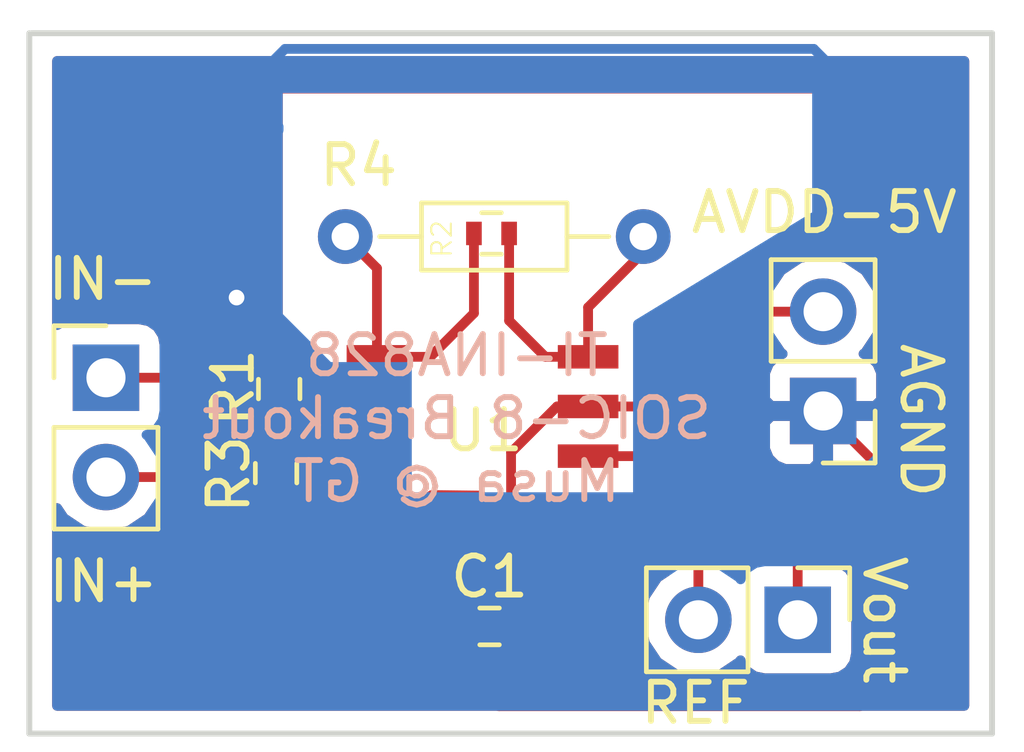
<source format=kicad_pcb>
(kicad_pcb (version 4) (host pcbnew 4.0.4-stable)

  (general
    (links 16)
    (no_connects 0)
    (area 123.046667 73.69 151.560001 94.573333)
    (thickness 1.6)
    (drawings 11)
    (tracks 58)
    (zones 0)
    (modules 9)
    (nets 9)
  )

  (page A4)
  (layers
    (0 F.Cu signal)
    (31 B.Cu signal)
    (32 B.Adhes user)
    (33 F.Adhes user)
    (34 B.Paste user)
    (35 F.Paste user)
    (36 B.SilkS user)
    (37 F.SilkS user)
    (38 B.Mask user)
    (39 F.Mask user)
    (40 Dwgs.User user)
    (41 Cmts.User user)
    (42 Eco1.User user)
    (43 Eco2.User user)
    (44 Edge.Cuts user)
    (45 Margin user)
    (46 B.CrtYd user)
    (47 F.CrtYd user)
    (48 B.Fab user)
    (49 F.Fab user hide)
  )

  (setup
    (last_trace_width 0.25)
    (trace_clearance 0.2)
    (zone_clearance 0.508)
    (zone_45_only yes)
    (trace_min 0.2)
    (segment_width 0.2)
    (edge_width 0.15)
    (via_size 0.6)
    (via_drill 0.4)
    (via_min_size 0.4)
    (via_min_drill 0.3)
    (uvia_size 0.3)
    (uvia_drill 0.1)
    (uvias_allowed no)
    (uvia_min_size 0.2)
    (uvia_min_drill 0.1)
    (pcb_text_width 0.3)
    (pcb_text_size 1.5 1.5)
    (mod_edge_width 0.15)
    (mod_text_size 1 1)
    (mod_text_width 0.15)
    (pad_size 1.524 1.524)
    (pad_drill 0.762)
    (pad_to_mask_clearance 0.2)
    (aux_axis_origin 0 0)
    (visible_elements 7FFEFFFF)
    (pcbplotparams
      (layerselection 0x010f0_80000001)
      (usegerberextensions false)
      (excludeedgelayer true)
      (linewidth 0.100000)
      (plotframeref false)
      (viasonmask false)
      (mode 1)
      (useauxorigin false)
      (hpglpennumber 1)
      (hpglpenspeed 20)
      (hpglpendiameter 15)
      (hpglpenoverlay 2)
      (psnegative false)
      (psa4output false)
      (plotreference true)
      (plotvalue true)
      (plotinvisibletext false)
      (padsonsilk false)
      (subtractmaskfromsilk false)
      (outputformat 1)
      (mirror false)
      (drillshape 0)
      (scaleselection 1)
      (outputdirectory eeg_amp_gerbers/))
  )

  (net 0 "")
  (net 1 AVSS)
  (net 2 AVDD)
  (net 3 /IN-)
  (net 4 /IN+)
  (net 5 /VOUT)
  (net 6 /REF)
  (net 7 "Net-(R2-Pad1)")
  (net 8 "Net-(R2-Pad2)")

  (net_class Default "This is the default net class."
    (clearance 0.2)
    (trace_width 0.25)
    (via_dia 0.6)
    (via_drill 0.4)
    (uvia_dia 0.3)
    (uvia_drill 0.1)
    (add_net /IN+)
    (add_net /IN-)
    (add_net /REF)
    (add_net /VOUT)
    (add_net AVDD)
    (add_net AVSS)
    (add_net "Net-(R2-Pad1)")
    (add_net "Net-(R2-Pad2)")
  )

  (module Resistors_SMD:R_0402 (layer F.Cu) (tedit 59FFFD42) (tstamp 59FFA0EA)
    (at 132.43 85.79 90)
    (descr "Resistor SMD 0402, reflow soldering, Vishay (see dcrcw.pdf)")
    (tags "resistor 0402")
    (path /59FF98F9)
    (attr smd)
    (fp_text reference R3 (at -0.03 -1.21 90) (layer F.SilkS)
      (effects (font (size 1 1) (thickness 0.15)))
    )
    (fp_text value R (at 0 1.45 90) (layer F.Fab)
      (effects (font (size 1 1) (thickness 0.15)))
    )
    (fp_text user %R (at 0 -1.35 90) (layer F.Fab)
      (effects (font (size 1 1) (thickness 0.15)))
    )
    (fp_line (start -0.5 0.25) (end -0.5 -0.25) (layer F.Fab) (width 0.1))
    (fp_line (start 0.5 0.25) (end -0.5 0.25) (layer F.Fab) (width 0.1))
    (fp_line (start 0.5 -0.25) (end 0.5 0.25) (layer F.Fab) (width 0.1))
    (fp_line (start -0.5 -0.25) (end 0.5 -0.25) (layer F.Fab) (width 0.1))
    (fp_line (start 0.25 -0.53) (end -0.25 -0.53) (layer F.SilkS) (width 0.12))
    (fp_line (start -0.25 0.53) (end 0.25 0.53) (layer F.SilkS) (width 0.12))
    (fp_line (start -0.8 -0.45) (end 0.8 -0.45) (layer F.CrtYd) (width 0.05))
    (fp_line (start -0.8 -0.45) (end -0.8 0.45) (layer F.CrtYd) (width 0.05))
    (fp_line (start 0.8 0.45) (end 0.8 -0.45) (layer F.CrtYd) (width 0.05))
    (fp_line (start 0.8 0.45) (end -0.8 0.45) (layer F.CrtYd) (width 0.05))
    (pad 1 smd rect (at -0.45 0 90) (size 0.4 0.6) (layers F.Cu F.Paste F.Mask)
      (net 1 AVSS))
    (pad 2 smd rect (at 0.45 0 90) (size 0.4 0.6) (layers F.Cu F.Paste F.Mask)
      (net 4 /IN+))
    (model ${KISYS3DMOD}/Resistors_SMD.3dshapes/R_0402.wrl
      (at (xyz 0 0 0))
      (scale (xyz 1 1 1))
      (rotate (xyz 0 0 0))
    )
  )

  (module Resistors_SMD:R_0402 (layer F.Cu) (tedit 59FFFD3F) (tstamp 59FFA0C7)
    (at 132.51 83.64 270)
    (descr "Resistor SMD 0402, reflow soldering, Vishay (see dcrcw.pdf)")
    (tags "resistor 0402")
    (path /59FF9987)
    (attr smd)
    (fp_text reference R1 (at -0.04 1.18 270) (layer F.SilkS)
      (effects (font (size 1 1) (thickness 0.15)))
    )
    (fp_text value R (at 0 1.45 270) (layer F.Fab)
      (effects (font (size 1 1) (thickness 0.15)))
    )
    (fp_text user %R (at 0 -1.35 270) (layer F.Fab)
      (effects (font (size 1 1) (thickness 0.15)))
    )
    (fp_line (start -0.5 0.25) (end -0.5 -0.25) (layer F.Fab) (width 0.1))
    (fp_line (start 0.5 0.25) (end -0.5 0.25) (layer F.Fab) (width 0.1))
    (fp_line (start 0.5 -0.25) (end 0.5 0.25) (layer F.Fab) (width 0.1))
    (fp_line (start -0.5 -0.25) (end 0.5 -0.25) (layer F.Fab) (width 0.1))
    (fp_line (start 0.25 -0.53) (end -0.25 -0.53) (layer F.SilkS) (width 0.12))
    (fp_line (start -0.25 0.53) (end 0.25 0.53) (layer F.SilkS) (width 0.12))
    (fp_line (start -0.8 -0.45) (end 0.8 -0.45) (layer F.CrtYd) (width 0.05))
    (fp_line (start -0.8 -0.45) (end -0.8 0.45) (layer F.CrtYd) (width 0.05))
    (fp_line (start 0.8 0.45) (end 0.8 -0.45) (layer F.CrtYd) (width 0.05))
    (fp_line (start 0.8 0.45) (end -0.8 0.45) (layer F.CrtYd) (width 0.05))
    (pad 1 smd rect (at -0.45 0 270) (size 0.4 0.6) (layers F.Cu F.Paste F.Mask)
      (net 1 AVSS))
    (pad 2 smd rect (at 0.45 0 270) (size 0.4 0.6) (layers F.Cu F.Paste F.Mask)
      (net 3 /IN-))
    (model ${KISYS3DMOD}/Resistors_SMD.3dshapes/R_0402.wrl
      (at (xyz 0 0 0))
      (scale (xyz 1 1 1))
      (rotate (xyz 0 0 0))
    )
  )

  (module Pin_Headers:Pin_Header_Straight_1x02_Pitch2.54mm (layer F.Cu) (tedit 59FFA68A) (tstamp 59FF9710)
    (at 145.77 89.54 270)
    (descr "Through hole straight pin header, 1x02, 2.54mm pitch, single row")
    (tags "Through hole pin header THT 1x02 2.54mm single row")
    (path /59FF91D7)
    (fp_text reference J3 (at 0 -2.33 270) (layer F.SilkS) hide
      (effects (font (size 1 1) (thickness 0.15)))
    )
    (fp_text value CONN_01X02 (at 0 4.87 270) (layer F.Fab)
      (effects (font (size 1 1) (thickness 0.15)))
    )
    (fp_line (start -0.635 -1.27) (end 1.27 -1.27) (layer F.Fab) (width 0.1))
    (fp_line (start 1.27 -1.27) (end 1.27 3.81) (layer F.Fab) (width 0.1))
    (fp_line (start 1.27 3.81) (end -1.27 3.81) (layer F.Fab) (width 0.1))
    (fp_line (start -1.27 3.81) (end -1.27 -0.635) (layer F.Fab) (width 0.1))
    (fp_line (start -1.27 -0.635) (end -0.635 -1.27) (layer F.Fab) (width 0.1))
    (fp_line (start -1.33 3.87) (end 1.33 3.87) (layer F.SilkS) (width 0.12))
    (fp_line (start -1.33 1.27) (end -1.33 3.87) (layer F.SilkS) (width 0.12))
    (fp_line (start 1.33 1.27) (end 1.33 3.87) (layer F.SilkS) (width 0.12))
    (fp_line (start -1.33 1.27) (end 1.33 1.27) (layer F.SilkS) (width 0.12))
    (fp_line (start -1.33 0) (end -1.33 -1.33) (layer F.SilkS) (width 0.12))
    (fp_line (start -1.33 -1.33) (end 0 -1.33) (layer F.SilkS) (width 0.12))
    (fp_line (start -1.8 -1.8) (end -1.8 4.35) (layer F.CrtYd) (width 0.05))
    (fp_line (start -1.8 4.35) (end 1.8 4.35) (layer F.CrtYd) (width 0.05))
    (fp_line (start 1.8 4.35) (end 1.8 -1.8) (layer F.CrtYd) (width 0.05))
    (fp_line (start 1.8 -1.8) (end -1.8 -1.8) (layer F.CrtYd) (width 0.05))
    (fp_text user %R (at 0 1.27 360) (layer F.Fab)
      (effects (font (size 1 1) (thickness 0.15)))
    )
    (pad 1 thru_hole rect (at 0 0 270) (size 1.7 1.7) (drill 1) (layers *.Cu *.Mask)
      (net 5 /VOUT))
    (pad 2 thru_hole oval (at 0 2.54 270) (size 1.7 1.7) (drill 1) (layers *.Cu *.Mask)
      (net 6 /REF))
    (model ${KISYS3DMOD}/Pin_Headers.3dshapes/Pin_Header_Straight_1x02_Pitch2.54mm.wrl
      (at (xyz 0 0 0))
      (scale (xyz 1 1 1))
      (rotate (xyz 0 0 0))
    )
  )

  (module Pin_Headers:Pin_Header_Straight_1x02_Pitch2.54mm (layer F.Cu) (tedit 59FFA687) (tstamp 59FF96E3)
    (at 146.42 84.2 180)
    (descr "Through hole straight pin header, 1x02, 2.54mm pitch, single row")
    (tags "Through hole pin header THT 1x02 2.54mm single row")
    (path /59FF8D22)
    (fp_text reference J2 (at 0 -2.33 180) (layer F.SilkS) hide
      (effects (font (size 1 1) (thickness 0.15)))
    )
    (fp_text value CONN_01X02 (at 0 4.87 180) (layer F.Fab)
      (effects (font (size 1 1) (thickness 0.15)))
    )
    (fp_line (start -0.635 -1.27) (end 1.27 -1.27) (layer F.Fab) (width 0.1))
    (fp_line (start 1.27 -1.27) (end 1.27 3.81) (layer F.Fab) (width 0.1))
    (fp_line (start 1.27 3.81) (end -1.27 3.81) (layer F.Fab) (width 0.1))
    (fp_line (start -1.27 3.81) (end -1.27 -0.635) (layer F.Fab) (width 0.1))
    (fp_line (start -1.27 -0.635) (end -0.635 -1.27) (layer F.Fab) (width 0.1))
    (fp_line (start -1.33 3.87) (end 1.33 3.87) (layer F.SilkS) (width 0.12))
    (fp_line (start -1.33 1.27) (end -1.33 3.87) (layer F.SilkS) (width 0.12))
    (fp_line (start 1.33 1.27) (end 1.33 3.87) (layer F.SilkS) (width 0.12))
    (fp_line (start -1.33 1.27) (end 1.33 1.27) (layer F.SilkS) (width 0.12))
    (fp_line (start -1.33 0) (end -1.33 -1.33) (layer F.SilkS) (width 0.12))
    (fp_line (start -1.33 -1.33) (end 0 -1.33) (layer F.SilkS) (width 0.12))
    (fp_line (start -1.8 -1.8) (end -1.8 4.35) (layer F.CrtYd) (width 0.05))
    (fp_line (start -1.8 4.35) (end 1.8 4.35) (layer F.CrtYd) (width 0.05))
    (fp_line (start 1.8 4.35) (end 1.8 -1.8) (layer F.CrtYd) (width 0.05))
    (fp_line (start 1.8 -1.8) (end -1.8 -1.8) (layer F.CrtYd) (width 0.05))
    (fp_text user %R (at 0 1.27 270) (layer F.Fab)
      (effects (font (size 1 1) (thickness 0.15)))
    )
    (pad 1 thru_hole rect (at 0 0 180) (size 1.7 1.7) (drill 1) (layers *.Cu *.Mask)
      (net 1 AVSS))
    (pad 2 thru_hole oval (at 0 2.54 180) (size 1.7 1.7) (drill 1) (layers *.Cu *.Mask)
      (net 2 AVDD))
    (model ${KISYS3DMOD}/Pin_Headers.3dshapes/Pin_Header_Straight_1x02_Pitch2.54mm.wrl
      (at (xyz 0 0 0))
      (scale (xyz 1 1 1))
      (rotate (xyz 0 0 0))
    )
  )

  (module Pin_Headers:Pin_Header_Straight_1x02_Pitch2.54mm (layer F.Cu) (tedit 59FFA68D) (tstamp 59FF96B2)
    (at 128.08 83.35)
    (descr "Through hole straight pin header, 1x02, 2.54mm pitch, single row")
    (tags "Through hole pin header THT 1x02 2.54mm single row")
    (path /59FF631F)
    (fp_text reference J1 (at 0 -2.33) (layer F.SilkS) hide
      (effects (font (size 1 1) (thickness 0.15)))
    )
    (fp_text value CONN_01X02 (at 0 4.87) (layer F.Fab)
      (effects (font (size 1 1) (thickness 0.15)))
    )
    (fp_line (start -0.635 -1.27) (end 1.27 -1.27) (layer F.Fab) (width 0.1))
    (fp_line (start 1.27 -1.27) (end 1.27 3.81) (layer F.Fab) (width 0.1))
    (fp_line (start 1.27 3.81) (end -1.27 3.81) (layer F.Fab) (width 0.1))
    (fp_line (start -1.27 3.81) (end -1.27 -0.635) (layer F.Fab) (width 0.1))
    (fp_line (start -1.27 -0.635) (end -0.635 -1.27) (layer F.Fab) (width 0.1))
    (fp_line (start -1.33 3.87) (end 1.33 3.87) (layer F.SilkS) (width 0.12))
    (fp_line (start -1.33 1.27) (end -1.33 3.87) (layer F.SilkS) (width 0.12))
    (fp_line (start 1.33 1.27) (end 1.33 3.87) (layer F.SilkS) (width 0.12))
    (fp_line (start -1.33 1.27) (end 1.33 1.27) (layer F.SilkS) (width 0.12))
    (fp_line (start -1.33 0) (end -1.33 -1.33) (layer F.SilkS) (width 0.12))
    (fp_line (start -1.33 -1.33) (end 0 -1.33) (layer F.SilkS) (width 0.12))
    (fp_line (start -1.8 -1.8) (end -1.8 4.35) (layer F.CrtYd) (width 0.05))
    (fp_line (start -1.8 4.35) (end 1.8 4.35) (layer F.CrtYd) (width 0.05))
    (fp_line (start 1.8 4.35) (end 1.8 -1.8) (layer F.CrtYd) (width 0.05))
    (fp_line (start 1.8 -1.8) (end -1.8 -1.8) (layer F.CrtYd) (width 0.05))
    (fp_text user %R (at 0 1.27 90) (layer F.Fab)
      (effects (font (size 1 1) (thickness 0.15)))
    )
    (pad 1 thru_hole rect (at 0 0) (size 1.7 1.7) (drill 1) (layers *.Cu *.Mask)
      (net 3 /IN-))
    (pad 2 thru_hole oval (at 0 2.54) (size 1.7 1.7) (drill 1) (layers *.Cu *.Mask)
      (net 4 /IN+))
    (model ${KISYS3DMOD}/Pin_Headers.3dshapes/Pin_Header_Straight_1x02_Pitch2.54mm.wrl
      (at (xyz 0 0 0))
      (scale (xyz 1 1 1))
      (rotate (xyz 0 0 0))
    )
  )

  (module INA828:SOIC_8_4.9mm_x_3.91 (layer F.Cu) (tedit 59FFFD99) (tstamp 59FFA038)
    (at 137.71 84.72)
    (path /59FF6208)
    (fp_text reference U1 (at 0.02 -0.02) (layer F.SilkS)
      (effects (font (size 1 1) (thickness 0.15)))
    )
    (fp_text value INA828 (at 0 -0.5) (layer F.Fab)
      (effects (font (size 1 1) (thickness 0.15)))
    )
    (pad 3 smd rect (at -2.7 0.635) (size 1.55 0.6) (layers F.Cu F.Paste F.Mask)
      (net 4 /IN+))
    (pad 1 smd rect (at -2.7 -1.905) (size 1.55 0.6) (layers F.Cu F.Paste F.Mask)
      (net 7 "Net-(R2-Pad1)"))
    (pad 2 smd rect (at -2.7 -0.635) (size 1.55 0.6) (layers F.Cu F.Paste F.Mask)
      (net 3 /IN-))
    (pad 4 smd rect (at -2.7 1.905) (size 1.55 0.6) (layers F.Cu F.Paste F.Mask)
      (net 1 AVSS))
    (pad 5 smd rect (at 2.7 1.905) (size 1.55 0.6) (layers F.Cu F.Paste F.Mask)
      (net 6 /REF))
    (pad 6 smd rect (at 2.7 0.635) (size 1.55 0.6) (layers F.Cu F.Paste F.Mask)
      (net 5 /VOUT))
    (pad 7 smd rect (at 2.7 -0.635) (size 1.55 0.6) (layers F.Cu F.Paste F.Mask)
      (net 2 AVDD))
    (pad 8 smd rect (at 2.7 -1.905) (size 1.55 0.6) (layers F.Cu F.Paste F.Mask)
      (net 8 "Net-(R2-Pad2)"))
  )

  (module Resistors_THT:R_Axial_DIN0204_L3.6mm_D1.6mm_P7.62mm_Horizontal (layer F.Cu) (tedit 59FFFD8F) (tstamp 59FFA069)
    (at 134.2 79.74)
    (descr "Resistor, Axial_DIN0204 series, Axial, Horizontal, pin pitch=7.62mm, 0.16666666666666666W = 1/6W, length*diameter=3.6*1.6mm^2, http://cdn-reichelt.de/documents/datenblatt/B400/1_4W%23YAG.pdf")
    (tags "Resistor Axial_DIN0204 series Axial Horizontal pin pitch 7.62mm 0.16666666666666666W = 1/6W length 3.6mm diameter 1.6mm")
    (path /59FF62A1)
    (fp_text reference R2 (at 2.47 0.06 90) (layer F.SilkS)
      (effects (font (size 0.5 0.5) (thickness 0.05)))
    )
    (fp_text value R (at 3.81 1.86) (layer F.Fab)
      (effects (font (size 1 1) (thickness 0.15)))
    )
    (fp_line (start 2.01 -0.8) (end 2.01 0.8) (layer F.Fab) (width 0.1))
    (fp_line (start 2.01 0.8) (end 5.61 0.8) (layer F.Fab) (width 0.1))
    (fp_line (start 5.61 0.8) (end 5.61 -0.8) (layer F.Fab) (width 0.1))
    (fp_line (start 5.61 -0.8) (end 2.01 -0.8) (layer F.Fab) (width 0.1))
    (fp_line (start 0 0) (end 2.01 0) (layer F.Fab) (width 0.1))
    (fp_line (start 7.62 0) (end 5.61 0) (layer F.Fab) (width 0.1))
    (fp_line (start 1.95 -0.86) (end 1.95 0.86) (layer F.SilkS) (width 0.12))
    (fp_line (start 1.95 0.86) (end 5.67 0.86) (layer F.SilkS) (width 0.12))
    (fp_line (start 5.67 0.86) (end 5.67 -0.86) (layer F.SilkS) (width 0.12))
    (fp_line (start 5.67 -0.86) (end 1.95 -0.86) (layer F.SilkS) (width 0.12))
    (fp_line (start 0.88 0) (end 1.95 0) (layer F.SilkS) (width 0.12))
    (fp_line (start 6.74 0) (end 5.67 0) (layer F.SilkS) (width 0.12))
    (fp_line (start -0.95 -1.15) (end -0.95 1.15) (layer F.CrtYd) (width 0.05))
    (fp_line (start -0.95 1.15) (end 8.6 1.15) (layer F.CrtYd) (width 0.05))
    (fp_line (start 8.6 1.15) (end 8.6 -1.15) (layer F.CrtYd) (width 0.05))
    (fp_line (start 8.6 -1.15) (end -0.95 -1.15) (layer F.CrtYd) (width 0.05))
    (pad 1 thru_hole circle (at 0 0) (size 1.4 1.4) (drill 0.7) (layers *.Cu *.Mask)
      (net 7 "Net-(R2-Pad1)"))
    (pad 2 thru_hole oval (at 7.62 0) (size 1.4 1.4) (drill 0.7) (layers *.Cu *.Mask)
      (net 8 "Net-(R2-Pad2)"))
    (model ${KISYS3DMOD}/Resistors_THT.3dshapes/R_Axial_DIN0204_L3.6mm_D1.6mm_P7.62mm_Horizontal.wrl
      (at (xyz 0 0 0))
      (scale (xyz 0.393701 0.393701 0.393701))
      (rotate (xyz 0 0 0))
    )
  )

  (module Resistors_SMD:R_0402 (layer F.Cu) (tedit 59FFFD91) (tstamp 59FFA0A2)
    (at 137.94 79.66)
    (descr "Resistor SMD 0402, reflow soldering, Vishay (see dcrcw.pdf)")
    (tags "resistor 0402")
    (path /59FF94B2)
    (attr smd)
    (fp_text reference R4 (at -3.4 -1.74) (layer F.SilkS)
      (effects (font (size 1 1) (thickness 0.15)))
    )
    (fp_text value R (at 0 1.45) (layer F.Fab)
      (effects (font (size 1 1) (thickness 0.15)))
    )
    (fp_text user %R (at 0 -1.35) (layer F.Fab)
      (effects (font (size 1 1) (thickness 0.15)))
    )
    (fp_line (start -0.5 0.25) (end -0.5 -0.25) (layer F.Fab) (width 0.1))
    (fp_line (start 0.5 0.25) (end -0.5 0.25) (layer F.Fab) (width 0.1))
    (fp_line (start 0.5 -0.25) (end 0.5 0.25) (layer F.Fab) (width 0.1))
    (fp_line (start -0.5 -0.25) (end 0.5 -0.25) (layer F.Fab) (width 0.1))
    (fp_line (start 0.25 -0.53) (end -0.25 -0.53) (layer F.SilkS) (width 0.12))
    (fp_line (start -0.25 0.53) (end 0.25 0.53) (layer F.SilkS) (width 0.12))
    (fp_line (start -0.8 -0.45) (end 0.8 -0.45) (layer F.CrtYd) (width 0.05))
    (fp_line (start -0.8 -0.45) (end -0.8 0.45) (layer F.CrtYd) (width 0.05))
    (fp_line (start 0.8 0.45) (end 0.8 -0.45) (layer F.CrtYd) (width 0.05))
    (fp_line (start 0.8 0.45) (end -0.8 0.45) (layer F.CrtYd) (width 0.05))
    (pad 1 smd rect (at -0.45 0) (size 0.4 0.6) (layers F.Cu F.Paste F.Mask)
      (net 7 "Net-(R2-Pad1)"))
    (pad 2 smd rect (at 0.45 0) (size 0.4 0.6) (layers F.Cu F.Paste F.Mask)
      (net 8 "Net-(R2-Pad2)"))
    (model ${KISYS3DMOD}/Resistors_SMD.3dshapes/R_0402.wrl
      (at (xyz 0 0 0))
      (scale (xyz 1 1 1))
      (rotate (xyz 0 0 0))
    )
  )

  (module Capacitors_SMD:C_0402 (layer F.Cu) (tedit 59FFA3C3) (tstamp 59FFA3BC)
    (at 137.89 89.71)
    (descr "Capacitor SMD 0402, reflow soldering, AVX (see smccp.pdf)")
    (tags "capacitor 0402")
    (path /59FF64BE)
    (attr smd)
    (fp_text reference C1 (at 0 -1.27) (layer F.SilkS)
      (effects (font (size 1 1) (thickness 0.15)))
    )
    (fp_text value C (at 0 1.27) (layer F.Fab)
      (effects (font (size 1 1) (thickness 0.15)))
    )
    (fp_text user %R (at 0 -1.27) (layer F.Fab)
      (effects (font (size 1 1) (thickness 0.15)))
    )
    (fp_line (start -0.5 0.25) (end -0.5 -0.25) (layer F.Fab) (width 0.1))
    (fp_line (start 0.5 0.25) (end -0.5 0.25) (layer F.Fab) (width 0.1))
    (fp_line (start 0.5 -0.25) (end 0.5 0.25) (layer F.Fab) (width 0.1))
    (fp_line (start -0.5 -0.25) (end 0.5 -0.25) (layer F.Fab) (width 0.1))
    (fp_line (start 0.25 -0.47) (end -0.25 -0.47) (layer F.SilkS) (width 0.12))
    (fp_line (start -0.25 0.47) (end 0.25 0.47) (layer F.SilkS) (width 0.12))
    (fp_line (start -1 -0.4) (end 1 -0.4) (layer F.CrtYd) (width 0.05))
    (fp_line (start -1 -0.4) (end -1 0.4) (layer F.CrtYd) (width 0.05))
    (fp_line (start 1 0.4) (end 1 -0.4) (layer F.CrtYd) (width 0.05))
    (fp_line (start 1 0.4) (end -1 0.4) (layer F.CrtYd) (width 0.05))
    (pad 1 smd rect (at -0.55 0) (size 0.6 0.5) (layers F.Cu F.Paste F.Mask)
      (net 1 AVSS))
    (pad 2 smd rect (at 0.55 0) (size 0.6 0.5) (layers F.Cu F.Paste F.Mask)
      (net 2 AVDD))
    (model Capacitors_SMD.3dshapes/C_0402.wrl
      (at (xyz 0 0 0))
      (scale (xyz 1 1 1))
      (rotate (xyz 0 0 0))
    )
  )

  (gr_text "TI-INA828\nSOIC-8 Breakout\nMusa @ GT" (at 137.05 84.39) (layer B.SilkS)
    (effects (font (size 1 1) (thickness 0.15)) (justify mirror))
  )
  (gr_text AVDD-5V (at 146.45 79.12) (layer F.SilkS)
    (effects (font (size 1 1) (thickness 0.15)))
  )
  (gr_text AGND (at 148.93 84.44 270) (layer F.SilkS)
    (effects (font (size 1 1) (thickness 0.15)))
  )
  (gr_text Vout (at 147.98 89.55 270) (layer F.SilkS) (tstamp 59FFB0AA)
    (effects (font (size 1 1) (thickness 0.15)))
  )
  (gr_text REF (at 143.16 91.67) (layer F.SilkS) (tstamp 59FFB0A8)
    (effects (font (size 1 1) (thickness 0.15)))
  )
  (gr_text IN+ (at 128.02 88.56) (layer F.SilkS) (tstamp 59FFB09E)
    (effects (font (size 1 1) (thickness 0.15)))
  )
  (gr_text IN- (at 128 80.83) (layer F.SilkS)
    (effects (font (size 1 1) (thickness 0.15)))
  )
  (gr_line (start 126.12 92.45) (end 126.12 74.54) (angle 90) (layer Edge.Cuts) (width 0.15))
  (gr_line (start 150.74 92.45) (end 126.12 92.45) (angle 90) (layer Edge.Cuts) (width 0.15))
  (gr_line (start 150.74 74.54) (end 150.74 92.45) (angle 90) (layer Edge.Cuts) (width 0.15))
  (gr_line (start 126.18 74.54) (end 150.74 74.54) (angle 90) (layer Edge.Cuts) (width 0.15))

  (segment (start 137.34 89.71) (end 137.34 90.96) (width 0.25) (layer F.Cu) (net 1))
  (segment (start 148.67 86.45) (end 146.42 84.2) (width 0.25) (layer F.Cu) (net 1) (tstamp 59FFA731))
  (segment (start 148.67 90.44) (end 148.67 86.45) (width 0.25) (layer F.Cu) (net 1) (tstamp 59FFA72F))
  (segment (start 147.36 91.75) (end 148.67 90.44) (width 0.25) (layer F.Cu) (net 1) (tstamp 59FFA72D))
  (segment (start 138.13 91.75) (end 147.36 91.75) (width 0.25) (layer F.Cu) (net 1) (tstamp 59FFA72C))
  (segment (start 137.34 90.96) (end 138.13 91.75) (width 0.25) (layer F.Cu) (net 1) (tstamp 59FFA72B))
  (segment (start 131.42 81.3) (end 131.42 76.18) (width 0.25) (layer B.Cu) (net 1))
  (segment (start 131.42 76.18) (end 132.66 74.94) (width 0.25) (layer B.Cu) (net 1) (tstamp 59FFA71B))
  (segment (start 132.66 74.94) (end 146.18 74.94) (width 0.25) (layer B.Cu) (net 1) (tstamp 59FFA71D))
  (segment (start 146.18 74.94) (end 149.09 77.85) (width 0.25) (layer B.Cu) (net 1) (tstamp 59FFA71F))
  (segment (start 149.09 77.85) (end 149.09 83.62) (width 0.25) (layer B.Cu) (net 1) (tstamp 59FFA721))
  (segment (start 149.09 83.62) (end 148.51 84.2) (width 0.25) (layer B.Cu) (net 1) (tstamp 59FFA723))
  (segment (start 148.51 84.2) (end 146.42 84.2) (width 0.25) (layer B.Cu) (net 1) (tstamp 59FFA724))
  (segment (start 132.51 83.19) (end 132.51 82.39) (width 0.25) (layer F.Cu) (net 1))
  (via (at 131.42 81.3) (size 0.6) (drill 0.4) (layers F.Cu B.Cu) (net 1))
  (segment (start 132.51 82.39) (end 131.42 81.3) (width 0.25) (layer F.Cu) (net 1) (tstamp 59FFA598))
  (segment (start 135.01 86.625) (end 132.815 86.625) (width 0.25) (layer F.Cu) (net 1))
  (segment (start 132.815 86.625) (end 132.43 86.24) (width 0.25) (layer F.Cu) (net 1) (tstamp 59FFA58D))
  (segment (start 137.34 89.71) (end 137.34 88.2) (width 0.25) (layer F.Cu) (net 1))
  (segment (start 137.34 88.2) (end 135.765 86.625) (width 0.25) (layer F.Cu) (net 1) (tstamp 59FFA53D))
  (segment (start 135.765 86.625) (end 135.01 86.625) (width 0.25) (layer F.Cu) (net 1) (tstamp 59FFA53E))
  (segment (start 146.42 81.66) (end 145.02 81.66) (width 0.25) (layer F.Cu) (net 2))
  (segment (start 142.595 84.085) (end 140.41 84.085) (width 0.25) (layer F.Cu) (net 2) (tstamp 59FFA63E))
  (segment (start 145.02 81.66) (end 142.595 84.085) (width 0.25) (layer F.Cu) (net 2) (tstamp 59FFA63C))
  (segment (start 140.41 84.085) (end 139.615 84.085) (width 0.25) (layer F.Cu) (net 2))
  (segment (start 138.44 85.26) (end 138.44 89.71) (width 0.25) (layer F.Cu) (net 2) (tstamp 59FFA539))
  (segment (start 139.615 84.085) (end 138.44 85.26) (width 0.25) (layer F.Cu) (net 2) (tstamp 59FFA538))
  (segment (start 132.51 84.09) (end 133.02 84.09) (width 0.25) (layer F.Cu) (net 3))
  (segment (start 133.02 84.09) (end 133.015 84.085) (width 0.25) (layer F.Cu) (net 3) (tstamp 59FFA585))
  (segment (start 135.01 84.085) (end 133.015 84.085) (width 0.25) (layer F.Cu) (net 3))
  (segment (start 133.015 84.085) (end 131.125 84.085) (width 0.25) (layer F.Cu) (net 3) (tstamp 59FFA588))
  (segment (start 130.39 83.35) (end 128.08 83.35) (width 0.25) (layer F.Cu) (net 3) (tstamp 59FFA55D))
  (segment (start 131.125 84.085) (end 130.39 83.35) (width 0.25) (layer F.Cu) (net 3) (tstamp 59FFA55C))
  (segment (start 132.43 85.34) (end 134.995 85.34) (width 0.25) (layer F.Cu) (net 4))
  (segment (start 134.995 85.34) (end 135.01 85.355) (width 0.25) (layer F.Cu) (net 4) (tstamp 59FFA590))
  (segment (start 132.43 85.34) (end 132.18 85.34) (width 0.25) (layer F.Cu) (net 4))
  (segment (start 132.18 85.34) (end 132.165 85.355) (width 0.25) (layer F.Cu) (net 4) (tstamp 59FFA58A))
  (segment (start 132.165 85.355) (end 132.43 85.34) (width 0.25) (layer F.Cu) (net 4) (tstamp 59FFA58C))
  (segment (start 128.08 85.89) (end 130.62 85.89) (width 0.25) (layer F.Cu) (net 4))
  (segment (start 131.155 85.355) (end 135.01 85.355) (width 0.25) (layer F.Cu) (net 4) (tstamp 59FFA559))
  (segment (start 130.62 85.89) (end 131.155 85.355) (width 0.25) (layer F.Cu) (net 4) (tstamp 59FFA558))
  (segment (start 145.77 89.54) (end 145.77 87.33) (width 0.25) (layer F.Cu) (net 5))
  (segment (start 143.795 85.355) (end 140.41 85.355) (width 0.25) (layer F.Cu) (net 5) (tstamp 59FFA632))
  (segment (start 145.77 87.33) (end 143.795 85.355) (width 0.25) (layer F.Cu) (net 5) (tstamp 59FFA631))
  (segment (start 140.41 86.625) (end 141.795 86.625) (width 0.25) (layer F.Cu) (net 6))
  (segment (start 143.23 88.06) (end 143.23 89.54) (width 0.25) (layer F.Cu) (net 6) (tstamp 59FFA638))
  (segment (start 141.795 86.625) (end 143.23 88.06) (width 0.25) (layer F.Cu) (net 6) (tstamp 59FFA636))
  (segment (start 135.01 82.815) (end 135.01 80.55) (width 0.25) (layer F.Cu) (net 7))
  (segment (start 135.01 80.55) (end 134.2 79.74) (width 0.25) (layer F.Cu) (net 7) (tstamp 59FFA5B7))
  (segment (start 135.01 82.815) (end 136.375 82.815) (width 0.25) (layer F.Cu) (net 7))
  (segment (start 137.49 81.7) (end 137.49 79.66) (width 0.25) (layer F.Cu) (net 7) (tstamp 59FFA5B2))
  (segment (start 136.375 82.815) (end 137.49 81.7) (width 0.25) (layer F.Cu) (net 7) (tstamp 59FFA5B0))
  (segment (start 141.82 79.74) (end 141.82 80.14) (width 0.25) (layer F.Cu) (net 8))
  (segment (start 141.82 80.14) (end 140.41 81.55) (width 0.25) (layer F.Cu) (net 8) (tstamp 59FFA5BE))
  (segment (start 140.41 81.55) (end 140.41 82.815) (width 0.25) (layer F.Cu) (net 8) (tstamp 59FFA5BF))
  (segment (start 140.41 82.815) (end 139.315 82.815) (width 0.25) (layer F.Cu) (net 8))
  (segment (start 138.39 81.89) (end 138.39 79.66) (width 0.25) (layer F.Cu) (net 8) (tstamp 59FFA5BB))
  (segment (start 139.315 82.815) (end 138.39 81.89) (width 0.25) (layer F.Cu) (net 8) (tstamp 59FFA5BA))

  (zone (net 0) (net_name "") (layer F.Cu) (tstamp 59FFA64B) (hatch edge 0.508)
    (connect_pads (clearance 0.508))
    (min_thickness 0.254)
    (keepout (tracks allowed) (vias allowed) (copperpour not_allowed))
    (fill (arc_segments 16) (thermal_gap 0.508) (thermal_bridge_width 0.508))
    (polygon
      (pts
        (xy 132.6 77.98) (xy 132.6 82.03) (xy 133.5 82.93) (xy 135.9 82.93) (xy 135.9 86.22)
        (xy 141.56 86.28) (xy 141.56 82.12) (xy 146.15 79.13) (xy 146.15 76.08) (xy 132.6 76.08)
        (xy 132.6 76.22)
      )
    )
  )
  (zone (net 1) (net_name AVSS) (layer F.Cu) (tstamp 59FFA64F) (hatch edge 0.508)
    (connect_pads (clearance 0.508))
    (min_thickness 0.254)
    (fill yes (arc_segments 16) (thermal_gap 0.508) (thermal_bridge_width 0.508))
    (polygon
      (pts
        (xy 125.37 73.76) (xy 125.37 92.93) (xy 151.55 92.93) (xy 151.55 73.76) (xy 149.81 73.76)
      )
    )
    (filled_polygon
      (pts
        (xy 150.03 91.74) (xy 126.83 91.74) (xy 126.83 89.99375) (xy 136.405 89.99375) (xy 136.405 90.08631)
        (xy 136.501673 90.319699) (xy 136.680302 90.498327) (xy 136.913691 90.595) (xy 137.05425 90.595) (xy 137.213 90.43625)
        (xy 137.213 89.835) (xy 136.56375 89.835) (xy 136.405 89.99375) (xy 126.83 89.99375) (xy 126.83 89.33369)
        (xy 136.405 89.33369) (xy 136.405 89.42625) (xy 136.56375 89.585) (xy 137.213 89.585) (xy 137.213 88.98375)
        (xy 137.05425 88.825) (xy 136.913691 88.825) (xy 136.680302 88.921673) (xy 136.501673 89.100301) (xy 136.405 89.33369)
        (xy 126.83 89.33369) (xy 126.83 86.684354) (xy 127.000853 86.940054) (xy 127.482622 87.261961) (xy 128.050907 87.375)
        (xy 128.109093 87.375) (xy 128.677378 87.261961) (xy 129.159147 86.940054) (xy 129.352954 86.65) (xy 130.62 86.65)
        (xy 130.910839 86.592148) (xy 131.050619 86.49875) (xy 131.495 86.49875) (xy 131.495 86.566309) (xy 131.591673 86.799698)
        (xy 131.770301 86.978327) (xy 132.00369 87.075) (xy 132.14425 87.075) (xy 132.303 86.91625) (xy 132.303 86.34)
        (xy 132.557 86.34) (xy 132.557 86.91625) (xy 132.71575 87.075) (xy 132.85631 87.075) (xy 133.089699 86.978327)
        (xy 133.157275 86.91075) (xy 133.6 86.91075) (xy 133.6 87.05131) (xy 133.696673 87.284699) (xy 133.875302 87.463327)
        (xy 134.108691 87.56) (xy 134.72425 87.56) (xy 134.883 87.40125) (xy 134.883 86.752) (xy 135.137 86.752)
        (xy 135.137 87.40125) (xy 135.29575 87.56) (xy 135.911309 87.56) (xy 136.144698 87.463327) (xy 136.323327 87.284699)
        (xy 136.42 87.05131) (xy 136.42 86.91075) (xy 136.26125 86.752) (xy 135.137 86.752) (xy 134.883 86.752)
        (xy 133.75875 86.752) (xy 133.6 86.91075) (xy 133.157275 86.91075) (xy 133.268327 86.799698) (xy 133.365 86.566309)
        (xy 133.365 86.49875) (xy 133.20625 86.34) (xy 132.557 86.34) (xy 132.303 86.34) (xy 131.65375 86.34)
        (xy 131.495 86.49875) (xy 131.050619 86.49875) (xy 131.157401 86.427401) (xy 131.469802 86.115) (xy 131.62875 86.115)
        (xy 131.65375 86.14) (xy 131.895734 86.14) (xy 132.13 86.18744) (xy 132.73 86.18744) (xy 132.965317 86.143162)
        (xy 132.970231 86.14) (xy 133.20625 86.14) (xy 133.23125 86.115) (xy 133.634666 86.115) (xy 133.6 86.19869)
        (xy 133.6 86.33925) (xy 133.75875 86.498) (xy 134.883 86.498) (xy 134.883 86.478) (xy 135.137 86.478)
        (xy 135.137 86.498) (xy 136.26125 86.498) (xy 136.40687 86.35238) (xy 137.68 86.365877) (xy 137.68 88.825)
        (xy 137.62575 88.825) (xy 137.467 88.98375) (xy 137.467 89.585) (xy 137.487 89.585) (xy 137.487 89.835)
        (xy 137.467 89.835) (xy 137.467 90.43625) (xy 137.62575 90.595) (xy 137.766309 90.595) (xy 137.877283 90.549033)
        (xy 137.88811 90.556431) (xy 138.14 90.60744) (xy 138.74 90.60744) (xy 138.975317 90.563162) (xy 139.191441 90.42409)
        (xy 139.336431 90.21189) (xy 139.38744 89.96) (xy 139.38744 89.46) (xy 139.343162 89.224683) (xy 139.20409 89.008559)
        (xy 139.2 89.005764) (xy 139.2 87.396317) (xy 139.38311 87.521431) (xy 139.635 87.57244) (xy 141.185 87.57244)
        (xy 141.420317 87.528162) (xy 141.543861 87.448663) (xy 142.405405 88.310207) (xy 142.179946 88.460853) (xy 141.858039 88.942622)
        (xy 141.745 89.510907) (xy 141.745 89.569093) (xy 141.858039 90.137378) (xy 142.179946 90.619147) (xy 142.661715 90.941054)
        (xy 143.23 91.054093) (xy 143.798285 90.941054) (xy 144.280054 90.619147) (xy 144.30785 90.577548) (xy 144.316838 90.625317)
        (xy 144.45591 90.841441) (xy 144.66811 90.986431) (xy 144.92 91.03744) (xy 146.62 91.03744) (xy 146.855317 90.993162)
        (xy 147.071441 90.85409) (xy 147.216431 90.64189) (xy 147.26744 90.39) (xy 147.26744 88.69) (xy 147.223162 88.454683)
        (xy 147.08409 88.238559) (xy 146.87189 88.093569) (xy 146.62 88.04256) (xy 146.53 88.04256) (xy 146.53 87.33)
        (xy 146.472148 87.039161) (xy 146.307401 86.792599) (xy 144.332401 84.817599) (xy 144.085839 84.652852) (xy 143.795 84.595)
        (xy 143.159802 84.595) (xy 143.269052 84.48575) (xy 144.935 84.48575) (xy 144.935 85.17631) (xy 145.031673 85.409699)
        (xy 145.210302 85.588327) (xy 145.443691 85.685) (xy 146.13425 85.685) (xy 146.293 85.52625) (xy 146.293 84.327)
        (xy 146.547 84.327) (xy 146.547 85.52625) (xy 146.70575 85.685) (xy 147.396309 85.685) (xy 147.629698 85.588327)
        (xy 147.808327 85.409699) (xy 147.905 85.17631) (xy 147.905 84.48575) (xy 147.74625 84.327) (xy 146.547 84.327)
        (xy 146.293 84.327) (xy 145.09375 84.327) (xy 144.935 84.48575) (xy 143.269052 84.48575) (xy 145.22225 82.532552)
        (xy 145.340853 82.710054) (xy 145.384777 82.739403) (xy 145.210302 82.811673) (xy 145.031673 82.990301) (xy 144.935 83.22369)
        (xy 144.935 83.91425) (xy 145.09375 84.073) (xy 146.293 84.073) (xy 146.293 84.053) (xy 146.547 84.053)
        (xy 146.547 84.073) (xy 147.74625 84.073) (xy 147.905 83.91425) (xy 147.905 83.22369) (xy 147.808327 82.990301)
        (xy 147.629698 82.811673) (xy 147.455223 82.739403) (xy 147.499147 82.710054) (xy 147.821054 82.228285) (xy 147.934093 81.66)
        (xy 147.821054 81.091715) (xy 147.499147 80.609946) (xy 147.017378 80.288039) (xy 146.449093 80.175) (xy 146.390907 80.175)
        (xy 145.822622 80.288039) (xy 145.340853 80.609946) (xy 145.147046 80.9) (xy 145.02 80.9) (xy 144.729161 80.957852)
        (xy 144.482599 81.122599) (xy 142.280198 83.325) (xy 141.789914 83.325) (xy 141.83244 83.115) (xy 141.83244 82.515)
        (xy 141.788162 82.279683) (xy 141.717092 82.169237) (xy 146.219319 79.236413) (xy 146.266994 79.17941) (xy 146.277 79.13)
        (xy 146.277 76.08) (xy 146.268315 76.033841) (xy 146.241035 75.991447) (xy 146.19941 75.963006) (xy 146.15 75.953)
        (xy 132.6 75.953) (xy 132.553841 75.961685) (xy 132.511447 75.988965) (xy 132.483006 76.03059) (xy 132.473 76.08)
        (xy 132.473 82.03) (xy 132.482334 82.077789) (xy 132.510197 82.119803) (xy 132.770572 82.380178) (xy 132.637 82.51375)
        (xy 132.637 83.09) (xy 133.28625 83.09) (xy 133.383322 82.992928) (xy 133.410197 83.019803) (xy 133.45059 83.046994)
        (xy 133.5 83.057) (xy 133.58756 83.057) (xy 133.58756 83.115) (xy 133.627074 83.325) (xy 133.32125 83.325)
        (xy 133.28625 83.29) (xy 133.044266 83.29) (xy 132.81 83.24256) (xy 132.21 83.24256) (xy 131.974683 83.286838)
        (xy 131.969769 83.29) (xy 131.73375 83.29) (xy 131.69875 83.325) (xy 131.439802 83.325) (xy 130.978493 82.863691)
        (xy 131.575 82.863691) (xy 131.575 82.93125) (xy 131.73375 83.09) (xy 132.383 83.09) (xy 132.383 82.51375)
        (xy 132.22425 82.355) (xy 132.08369 82.355) (xy 131.850301 82.451673) (xy 131.671673 82.630302) (xy 131.575 82.863691)
        (xy 130.978493 82.863691) (xy 130.927401 82.812599) (xy 130.680839 82.647852) (xy 130.39 82.59) (xy 129.57744 82.59)
        (xy 129.57744 82.5) (xy 129.533162 82.264683) (xy 129.39409 82.048559) (xy 129.18189 81.903569) (xy 128.93 81.85256)
        (xy 127.23 81.85256) (xy 126.994683 81.896838) (xy 126.83 82.002809) (xy 126.83 75.25) (xy 150.03 75.25)
      )
    )
  )
  (zone (net 0) (net_name "") (layer B.Cu) (tstamp 59FFA6DB) (hatch edge 0.508)
    (connect_pads (clearance 0.508))
    (min_thickness 0.254)
    (keepout (tracks allowed) (vias allowed) (copperpour not_allowed))
    (fill (arc_segments 16) (thermal_gap 0.508) (thermal_bridge_width 0.508))
    (polygon
      (pts
        (xy 132.6 76.07) (xy 146.14 76.07) (xy 146.14 79.12) (xy 141.56 81.91) (xy 141.56 86.28)
        (xy 135.9 86.28) (xy 135.9 82.95) (xy 133.83 82.95) (xy 132.6 81.72) (xy 132.6 77.09)
        (xy 132.62 77.11) (xy 132.62 76.86) (xy 132.6 76.86)
      )
    )
  )
  (zone (net 1) (net_name AVSS) (layer B.Cu) (tstamp 59FFA6F9) (hatch edge 0.508)
    (connect_pads (clearance 0.508))
    (min_thickness 0.254)
    (fill yes (arc_segments 16) (thermal_gap 0.508) (thermal_bridge_width 0.508))
    (polygon
      (pts
        (xy 125.39 73.69) (xy 151.56 73.69) (xy 151.56 92.93) (xy 125.39 92.93) (xy 125.39 91.63)
      )
    )
    (filled_polygon
      (pts
        (xy 150.03 91.74) (xy 126.83 91.74) (xy 126.83 89.510907) (xy 141.745 89.510907) (xy 141.745 89.569093)
        (xy 141.858039 90.137378) (xy 142.179946 90.619147) (xy 142.661715 90.941054) (xy 143.23 91.054093) (xy 143.798285 90.941054)
        (xy 144.280054 90.619147) (xy 144.30785 90.577548) (xy 144.316838 90.625317) (xy 144.45591 90.841441) (xy 144.66811 90.986431)
        (xy 144.92 91.03744) (xy 146.62 91.03744) (xy 146.855317 90.993162) (xy 147.071441 90.85409) (xy 147.216431 90.64189)
        (xy 147.26744 90.39) (xy 147.26744 88.69) (xy 147.223162 88.454683) (xy 147.08409 88.238559) (xy 146.87189 88.093569)
        (xy 146.62 88.04256) (xy 144.92 88.04256) (xy 144.684683 88.086838) (xy 144.468559 88.22591) (xy 144.323569 88.43811)
        (xy 144.309914 88.505541) (xy 144.280054 88.460853) (xy 143.798285 88.138946) (xy 143.23 88.025907) (xy 142.661715 88.138946)
        (xy 142.179946 88.460853) (xy 141.858039 88.942622) (xy 141.745 89.510907) (xy 126.83 89.510907) (xy 126.83 86.684354)
        (xy 127.000853 86.940054) (xy 127.482622 87.261961) (xy 128.050907 87.375) (xy 128.109093 87.375) (xy 128.677378 87.261961)
        (xy 129.159147 86.940054) (xy 129.481054 86.458285) (xy 129.594093 85.89) (xy 129.481054 85.321715) (xy 129.159147 84.839946)
        (xy 129.117548 84.81215) (xy 129.165317 84.803162) (xy 129.381441 84.66409) (xy 129.526431 84.45189) (xy 129.57744 84.2)
        (xy 129.57744 82.5) (xy 129.533162 82.264683) (xy 129.39409 82.048559) (xy 129.18189 81.903569) (xy 128.93 81.85256)
        (xy 127.23 81.85256) (xy 126.994683 81.896838) (xy 126.83 82.002809) (xy 126.83 76.07) (xy 132.473 76.07)
        (xy 132.473 76.86) (xy 132.481685 76.906159) (xy 132.493 76.923743) (xy 132.493 77.025963) (xy 132.483006 77.04059)
        (xy 132.473 77.09) (xy 132.473 81.72) (xy 132.482334 81.767789) (xy 132.510197 81.809803) (xy 133.740197 83.039803)
        (xy 133.78059 83.066994) (xy 133.83 83.077) (xy 135.773 83.077) (xy 135.773 86.28) (xy 135.781685 86.326159)
        (xy 135.808965 86.368553) (xy 135.85059 86.396994) (xy 135.9 86.407) (xy 141.56 86.407) (xy 141.606159 86.398315)
        (xy 141.648553 86.371035) (xy 141.676994 86.32941) (xy 141.687 86.28) (xy 141.687 84.48575) (xy 144.935 84.48575)
        (xy 144.935 85.17631) (xy 145.031673 85.409699) (xy 145.210302 85.588327) (xy 145.443691 85.685) (xy 146.13425 85.685)
        (xy 146.293 85.52625) (xy 146.293 84.327) (xy 146.547 84.327) (xy 146.547 85.52625) (xy 146.70575 85.685)
        (xy 147.396309 85.685) (xy 147.629698 85.588327) (xy 147.808327 85.409699) (xy 147.905 85.17631) (xy 147.905 84.48575)
        (xy 147.74625 84.327) (xy 146.547 84.327) (xy 146.293 84.327) (xy 145.09375 84.327) (xy 144.935 84.48575)
        (xy 141.687 84.48575) (xy 141.687 81.981344) (xy 142.21451 81.66) (xy 144.905907 81.66) (xy 145.018946 82.228285)
        (xy 145.340853 82.710054) (xy 145.384777 82.739403) (xy 145.210302 82.811673) (xy 145.031673 82.990301) (xy 144.935 83.22369)
        (xy 144.935 83.91425) (xy 145.09375 84.073) (xy 146.293 84.073) (xy 146.293 84.053) (xy 146.547 84.053)
        (xy 146.547 84.073) (xy 147.74625 84.073) (xy 147.905 83.91425) (xy 147.905 83.22369) (xy 147.808327 82.990301)
        (xy 147.629698 82.811673) (xy 147.455223 82.739403) (xy 147.499147 82.710054) (xy 147.821054 82.228285) (xy 147.934093 81.66)
        (xy 147.821054 81.091715) (xy 147.499147 80.609946) (xy 147.017378 80.288039) (xy 146.449093 80.175) (xy 146.390907 80.175)
        (xy 145.822622 80.288039) (xy 145.340853 80.609946) (xy 145.018946 81.091715) (xy 144.905907 81.66) (xy 142.21451 81.66)
        (xy 146.206071 79.22846) (xy 146.228553 79.211035) (xy 146.256994 79.16941) (xy 146.267 79.12) (xy 146.267 76.07)
        (xy 146.258315 76.023841) (xy 146.231035 75.981447) (xy 146.18941 75.953006) (xy 146.14 75.943) (xy 132.6 75.943)
        (xy 132.553841 75.951685) (xy 132.511447 75.978965) (xy 132.483006 76.02059) (xy 132.473 76.07) (xy 126.83 76.07)
        (xy 126.83 75.25) (xy 150.03 75.25)
      )
    )
  )
)

</source>
